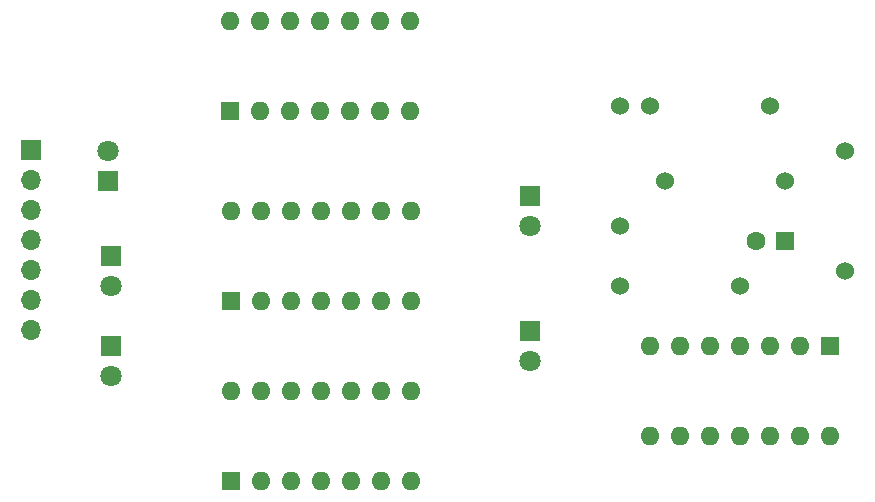
<source format=gbr>
%TF.GenerationSoftware,KiCad,Pcbnew,8.0.2-1*%
%TF.CreationDate,2024-08-04T09:10:22-04:00*%
%TF.ProjectId,startup_controller,73746172-7475-4705-9f63-6f6e74726f6c,rev?*%
%TF.SameCoordinates,Original*%
%TF.FileFunction,Soldermask,Bot*%
%TF.FilePolarity,Negative*%
%FSLAX46Y46*%
G04 Gerber Fmt 4.6, Leading zero omitted, Abs format (unit mm)*
G04 Created by KiCad (PCBNEW 8.0.2-1) date 2024-08-04 09:10:22*
%MOMM*%
%LPD*%
G01*
G04 APERTURE LIST*
%ADD10R,1.600000X1.600000*%
%ADD11O,1.600000X1.600000*%
%ADD12C,1.524000*%
%ADD13R,1.800000X1.800000*%
%ADD14C,1.800000*%
%ADD15R,1.700000X1.700000*%
%ADD16O,1.700000X1.700000*%
%ADD17C,1.600000*%
G04 APERTURE END LIST*
D10*
%TO.C,U3*%
X143505000Y-113020000D03*
D11*
X146045000Y-113020000D03*
X148585000Y-113020000D03*
X151125000Y-113020000D03*
X153665000Y-113020000D03*
X156205000Y-113020000D03*
X158745000Y-113020000D03*
X158745000Y-105400000D03*
X156205000Y-105400000D03*
X153665000Y-105400000D03*
X151125000Y-105400000D03*
X148585000Y-105400000D03*
X146045000Y-105400000D03*
X143505000Y-105400000D03*
%TD*%
D12*
%TO.C,R3*%
X189190000Y-81280000D03*
X179030000Y-81280000D03*
%TD*%
D13*
%TO.C,D4*%
X133350000Y-93980000D03*
D14*
X133350000Y-96520000D03*
%TD*%
D10*
%TO.C,U5*%
X194270000Y-101600000D03*
D11*
X191730000Y-101600000D03*
X189190000Y-101600000D03*
X186650000Y-101600000D03*
X184110000Y-101600000D03*
X181570000Y-101600000D03*
X179030000Y-101600000D03*
X179030000Y-109220000D03*
X181570000Y-109220000D03*
X184110000Y-109220000D03*
X186650000Y-109220000D03*
X189190000Y-109220000D03*
X191730000Y-109220000D03*
X194270000Y-109220000D03*
%TD*%
D15*
%TO.C,U1*%
X126580000Y-85000000D03*
D16*
X126580000Y-87540000D03*
X126580000Y-90080000D03*
X126580000Y-92620000D03*
X126580000Y-95160000D03*
X126580000Y-97700000D03*
X126580000Y-100240000D03*
%TD*%
D10*
%TO.C,C1*%
X190460000Y-92710000D03*
D17*
X187960000Y-92710000D03*
%TD*%
D12*
%TO.C,R4*%
X195540000Y-85090000D03*
X195540000Y-95250000D03*
%TD*%
D10*
%TO.C,U2*%
X143510000Y-97780000D03*
D11*
X146050000Y-97780000D03*
X148590000Y-97780000D03*
X151130000Y-97780000D03*
X153670000Y-97780000D03*
X156210000Y-97780000D03*
X158750000Y-97780000D03*
X158750000Y-90160000D03*
X156210000Y-90160000D03*
X153670000Y-90160000D03*
X151130000Y-90160000D03*
X148590000Y-90160000D03*
X146050000Y-90160000D03*
X143510000Y-90160000D03*
%TD*%
D13*
%TO.C,D5*%
X133080000Y-87630000D03*
D14*
X133080000Y-85090000D03*
%TD*%
D12*
%TO.C,R2*%
X176490000Y-81280000D03*
X176490000Y-91440000D03*
%TD*%
D13*
%TO.C,D3*%
X133350000Y-101600000D03*
D14*
X133350000Y-104140000D03*
%TD*%
D12*
%TO.C,R5*%
X176490000Y-96520000D03*
X186650000Y-96520000D03*
%TD*%
D13*
%TO.C,D1*%
X168870000Y-88900000D03*
D14*
X168870000Y-91440000D03*
%TD*%
D12*
%TO.C,R1*%
X180300000Y-87630000D03*
X190460000Y-87630000D03*
%TD*%
D13*
%TO.C,D2*%
X168870000Y-100330000D03*
D14*
X168870000Y-102870000D03*
%TD*%
D10*
%TO.C,U4*%
X143435000Y-81760000D03*
D11*
X145975000Y-81760000D03*
X148515000Y-81760000D03*
X151055000Y-81760000D03*
X153595000Y-81760000D03*
X156135000Y-81760000D03*
X158675000Y-81760000D03*
X158675000Y-74140000D03*
X156135000Y-74140000D03*
X153595000Y-74140000D03*
X151055000Y-74140000D03*
X148515000Y-74140000D03*
X145975000Y-74140000D03*
X143435000Y-74140000D03*
%TD*%
M02*

</source>
